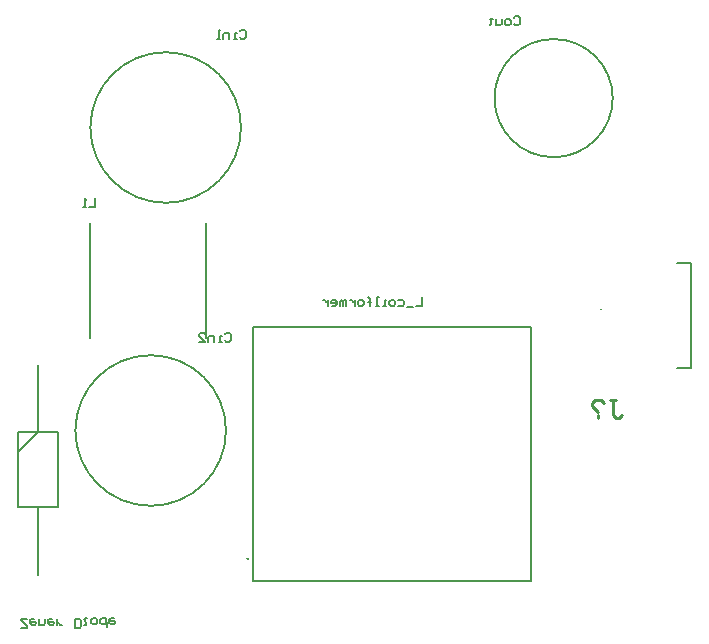
<source format=gbo>
G04*
G04 #@! TF.GenerationSoftware,Altium Limited,Altium Designer,22.2.1 (43)*
G04*
G04 Layer_Color=32896*
%FSLAX23Y23*%
%MOIN*%
G70*
G04*
G04 #@! TF.SameCoordinates,8410DD60-BE5F-4665-B969-63B9D7D5DCD7*
G04*
G04*
G04 #@! TF.FilePolarity,Positive*
G04*
G01*
G75*
%ADD10C,0.010*%
%ADD12C,0.008*%
%ADD14C,0.005*%
%ADD81C,0.004*%
D10*
X2115Y755D02*
X2135D01*
X2125D01*
Y705D01*
X2135Y695D01*
X2145D01*
X2155Y705D01*
X2095Y745D02*
X2085Y755D01*
X2065D01*
X2055Y745D01*
Y735D01*
X2075Y715D01*
Y705D02*
Y695D01*
D12*
X911Y225D02*
G03*
X907Y225I-2J0D01*
G01*
D02*
G03*
X911Y225I2J0D01*
G01*
D02*
G03*
X907Y225I-2J0D01*
G01*
X2125Y1760D02*
G03*
X2125Y1760I-197J0D01*
G01*
X836Y652D02*
G03*
X836Y652I-251J0D01*
G01*
X886Y1662D02*
G03*
X886Y1662I-251J0D01*
G01*
X2340Y1211D02*
X2387D01*
Y859D02*
Y1211D01*
X2340Y859D02*
X2387D01*
X927Y152D02*
X1853D01*
X927D02*
Y998D01*
X1853D01*
Y152D02*
Y998D01*
X210Y172D02*
Y396D01*
Y646D02*
Y870D01*
X143Y579D02*
X210Y646D01*
X143D02*
X277D01*
Y396D02*
Y646D01*
X143Y396D02*
X277D01*
X143D02*
Y646D01*
D14*
X768Y961D02*
Y1343D01*
X382Y961D02*
Y1343D01*
X1490Y1097D02*
Y1068D01*
X1470D01*
X1460Y1063D02*
X1440D01*
X1410Y1087D02*
X1425D01*
X1430Y1082D01*
Y1073D01*
X1425Y1068D01*
X1410D01*
X1395D02*
X1385D01*
X1380Y1073D01*
Y1082D01*
X1385Y1087D01*
X1395D01*
X1400Y1082D01*
Y1073D01*
X1395Y1068D01*
X1370D02*
X1360D01*
X1365D01*
Y1087D01*
X1370D01*
X1345Y1068D02*
X1335D01*
X1340D01*
Y1097D01*
X1345D01*
X1315Y1068D02*
Y1092D01*
Y1082D01*
X1320D01*
X1310D01*
X1315D01*
Y1092D01*
X1310Y1097D01*
X1290Y1068D02*
X1280D01*
X1275Y1073D01*
Y1082D01*
X1280Y1087D01*
X1290D01*
X1295Y1082D01*
Y1073D01*
X1290Y1068D01*
X1265Y1087D02*
Y1068D01*
Y1078D01*
X1260Y1082D01*
X1255Y1087D01*
X1250D01*
X1235Y1068D02*
Y1087D01*
X1230D01*
X1225Y1082D01*
Y1068D01*
Y1082D01*
X1220Y1087D01*
X1215Y1082D01*
Y1068D01*
X1190D02*
X1200D01*
X1205Y1073D01*
Y1082D01*
X1200Y1087D01*
X1190D01*
X1185Y1082D01*
Y1078D01*
X1205D01*
X1175Y1087D02*
Y1068D01*
Y1078D01*
X1170Y1082D01*
X1165Y1087D01*
X1160D01*
X153Y-6D02*
X173Y-6D01*
X173Y-1D01*
X152Y19D01*
X152Y24D01*
X172Y24D01*
X197Y24D02*
X187Y24D01*
X182Y19D01*
X183Y9D01*
X188Y4D01*
X198Y4D01*
X203Y9D01*
X202Y14D01*
X183Y14D01*
X212Y24D02*
X213Y4D01*
X228Y4D01*
X233Y9D01*
X232Y24D01*
X257Y25D02*
X247Y24D01*
X242Y19D01*
X243Y9D01*
X248Y4D01*
X258Y5D01*
X263Y10D01*
X262Y15D01*
X242Y14D01*
X273Y5D02*
X272Y25D01*
X272Y15D01*
X278Y10D01*
X283Y5D01*
X288Y5D01*
X333Y-5D02*
X332Y25D01*
X347Y25D01*
X352Y20D01*
X353Y0D01*
X348Y-5D01*
X333Y-5D01*
X362Y25D02*
X372Y26D01*
X367Y25D01*
X368Y5D01*
X363Y5D01*
X392Y26D02*
X402Y26D01*
X407Y21D01*
X407Y11D01*
X403Y6D01*
X393Y6D01*
X387Y11D01*
X387Y21D01*
X392Y26D01*
X438Y-4D02*
X437Y26D01*
X422Y26D01*
X417Y21D01*
X417Y11D01*
X423Y6D01*
X437Y6D01*
X462Y26D02*
X452Y26D01*
X447Y21D01*
X447Y11D01*
X452Y6D01*
X462Y6D01*
X467Y11D01*
X467Y16D01*
X447Y16D01*
X401Y1426D02*
Y1396D01*
X381D01*
X371D02*
X361D01*
X366D01*
Y1426D01*
X371Y1421D01*
X1796Y2028D02*
X1801Y2033D01*
X1811D01*
X1816Y2028D01*
Y2008D01*
X1811Y2003D01*
X1801D01*
X1796Y2008D01*
X1781Y2003D02*
X1771D01*
X1766Y2008D01*
Y2018D01*
X1771Y2023D01*
X1781D01*
X1786Y2018D01*
Y2008D01*
X1781Y2003D01*
X1756Y2023D02*
Y2008D01*
X1751Y2003D01*
X1736D01*
Y2023D01*
X1721Y2028D02*
Y2023D01*
X1726D01*
X1716D01*
X1721D01*
Y2008D01*
X1716Y2003D01*
X832Y973D02*
X837Y978D01*
X847D01*
X852Y973D01*
Y953D01*
X847Y948D01*
X837D01*
X832Y953D01*
X822Y948D02*
X812D01*
X817D01*
Y968D01*
X822D01*
X797Y948D02*
Y968D01*
X782D01*
X777Y963D01*
Y948D01*
X747D02*
X767D01*
X747Y968D01*
Y973D01*
X752Y978D01*
X762D01*
X767Y973D01*
X882Y1983D02*
X887Y1988D01*
X897D01*
X902Y1983D01*
Y1963D01*
X897Y1958D01*
X887D01*
X882Y1963D01*
X872Y1958D02*
X862D01*
X867D01*
Y1978D01*
X872D01*
X847Y1958D02*
Y1978D01*
X832D01*
X827Y1973D01*
Y1958D01*
X817D02*
X807D01*
X812D01*
Y1988D01*
X817Y1983D01*
D81*
X2084Y1055D02*
G03*
X2088Y1055I2J0D01*
G01*
D02*
G03*
X2084Y1055I-2J0D01*
G01*
M02*

</source>
